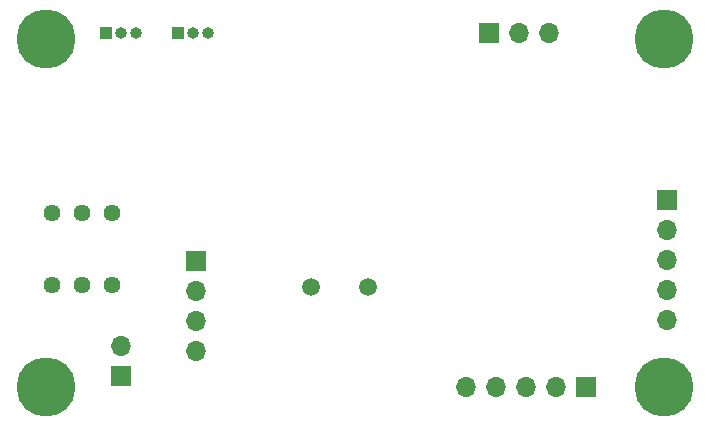
<source format=gbr>
%TF.GenerationSoftware,KiCad,Pcbnew,(5.1.8)-1*%
%TF.CreationDate,2021-01-04T13:49:47+01:00*%
%TF.ProjectId,fablab,6661626c-6162-42e6-9b69-6361645f7063,rev?*%
%TF.SameCoordinates,Original*%
%TF.FileFunction,Soldermask,Bot*%
%TF.FilePolarity,Negative*%
%FSLAX46Y46*%
G04 Gerber Fmt 4.6, Leading zero omitted, Abs format (unit mm)*
G04 Created by KiCad (PCBNEW (5.1.8)-1) date 2021-01-04 13:49:47*
%MOMM*%
%LPD*%
G01*
G04 APERTURE LIST*
%ADD10C,5.000000*%
%ADD11C,2.900000*%
%ADD12R,1.700000X1.700000*%
%ADD13O,1.700000X1.700000*%
%ADD14O,1.000000X1.000000*%
%ADD15R,1.000000X1.000000*%
%ADD16C,1.440000*%
%ADD17C,1.500000*%
G04 APERTURE END LIST*
D10*
%TO.C,H3*%
X17780000Y-182880000D03*
D11*
X17780000Y-182880000D03*
%TD*%
D10*
%TO.C,H1*%
X17780000Y-153416000D03*
D11*
X17780000Y-153416000D03*
%TD*%
D10*
%TO.C,H4*%
X70104000Y-182880000D03*
D11*
X70104000Y-182880000D03*
%TD*%
D10*
%TO.C,H2*%
X70104000Y-153416000D03*
D11*
X70104000Y-153416000D03*
%TD*%
D12*
%TO.C,J5*%
X63500000Y-182880000D03*
D13*
X60960000Y-182880000D03*
X58420000Y-182880000D03*
X55880000Y-182880000D03*
X53340000Y-182880000D03*
%TD*%
D12*
%TO.C,J4*%
X70300000Y-167000000D03*
D13*
X70300000Y-169540000D03*
X70300000Y-172080000D03*
X70300000Y-174620000D03*
X70300000Y-177160000D03*
%TD*%
D14*
%TO.C,U1*%
X25400000Y-152908000D03*
X24130000Y-152908000D03*
D15*
X22860000Y-152908000D03*
%TD*%
D14*
%TO.C,U2*%
X31496000Y-152908000D03*
X30226000Y-152908000D03*
D15*
X28956000Y-152908000D03*
%TD*%
D12*
%TO.C,J2*%
X24053800Y-181965600D03*
D13*
X24053800Y-179425600D03*
%TD*%
D16*
%TO.C,RV1*%
X18288000Y-168148000D03*
X20828000Y-168148000D03*
X23368000Y-168148000D03*
%TD*%
%TO.C,RV2*%
X23368000Y-174244000D03*
X20828000Y-174244000D03*
X18288000Y-174244000D03*
%TD*%
D17*
%TO.C,Y1*%
X45028000Y-174404000D03*
X40148000Y-174404000D03*
%TD*%
D12*
%TO.C,J1*%
X30454600Y-172161200D03*
D13*
X30454600Y-174701200D03*
X30454600Y-177241200D03*
X30454600Y-179781200D03*
%TD*%
D12*
%TO.C,J3*%
X55219600Y-152908000D03*
D13*
X57759600Y-152908000D03*
X60299600Y-152908000D03*
%TD*%
M02*

</source>
